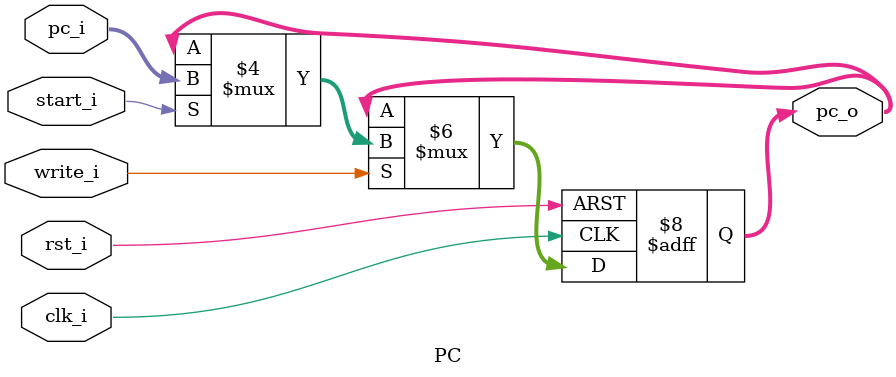
<source format=v>
module PC
(
    clk_i,
    rst_i,
    start_i,
    pc_i,
    write_i,
    pc_o
);

// Ports
input               clk_i;
input               rst_i;
input               start_i;
input               write_i;
input   [31:0]      pc_i;
output  [31:0]      pc_o;

// Wires & Registers
reg     [31:0]      pc_o;


always@(posedge clk_i or negedge rst_i) begin
    if(~rst_i) begin
        pc_o <= 32'b0;
    end
    else begin
	pc_o <= pc_o;
        if(write_i)
        begin
            if(start_i)
            begin
                pc_o <= pc_i;
            end
            else
            begin
                pc_o <= pc_o;
            end
        end
    end
end

endmodule

</source>
